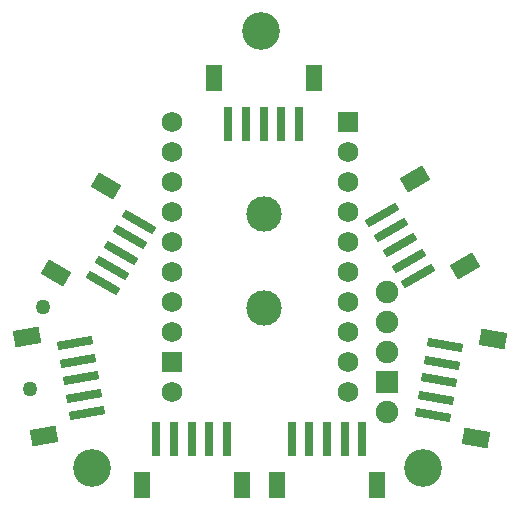
<source format=gbs>
G04*
G04 #@! TF.GenerationSoftware,Altium Limited,Altium Designer,21.6.4 (81)*
G04*
G04 Layer_Color=16711935*
%FSLAX44Y44*%
%MOMM*%
G71*
G04*
G04 #@! TF.SameCoordinates,0AF61676-ECA7-40E5-9188-409EB156610F*
G04*
G04*
G04 #@! TF.FilePolarity,Negative*
G04*
G01*
G75*
%ADD16R,1.3970X2.2098*%
%ADD17R,0.7112X2.9972*%
%ADD18C,1.7272*%
%ADD19R,1.7272X1.7272*%
%ADD20C,3.0032*%
%ADD21C,1.9032*%
%ADD22R,1.9032X1.9032*%
%ADD23C,3.2032*%
%ADD24C,1.2700*%
G04:AMPARAMS|DCode=34|XSize=0.7112mm|YSize=2.9972mm|CornerRadius=0mm|HoleSize=0mm|Usage=FLASHONLY|Rotation=240.000|XOffset=0mm|YOffset=0mm|HoleType=Round|Shape=Rectangle|*
%AMROTATEDRECTD34*
4,1,4,-1.1200,1.0573,1.4756,-0.4413,1.1200,-1.0573,-1.4756,0.4413,-1.1200,1.0573,0.0*
%
%ADD34ROTATEDRECTD34*%

G04:AMPARAMS|DCode=36|XSize=0.7112mm|YSize=2.9972mm|CornerRadius=0mm|HoleSize=0mm|Usage=FLASHONLY|Rotation=280.000|XOffset=0mm|YOffset=0mm|HoleType=Round|Shape=Rectangle|*
%AMROTATEDRECTD36*
4,1,4,-1.5376,0.0900,1.4141,0.6104,1.5376,-0.0900,-1.4141,-0.6104,-1.5376,0.0900,0.0*
%
%ADD36ROTATEDRECTD36*%

G04:AMPARAMS|DCode=39|XSize=0.7112mm|YSize=2.9972mm|CornerRadius=0mm|HoleSize=0mm|Usage=FLASHONLY|Rotation=120.000|XOffset=0mm|YOffset=0mm|HoleType=Round|Shape=Rectangle|*
%AMROTATEDRECTD39*
4,1,4,1.4756,0.4413,-1.1200,-1.0573,-1.4756,-0.4413,1.1200,1.0573,1.4756,0.4413,0.0*
%
%ADD39ROTATEDRECTD39*%

G04:AMPARAMS|DCode=40|XSize=0.7112mm|YSize=2.9972mm|CornerRadius=0mm|HoleSize=0mm|Usage=FLASHONLY|Rotation=80.000|XOffset=0mm|YOffset=0mm|HoleType=Round|Shape=Rectangle|*
%AMROTATEDRECTD40*
4,1,4,1.4141,-0.6104,-1.5376,-0.0900,-1.4141,0.6104,1.5376,0.0900,1.4141,-0.6104,0.0*
%
%ADD40ROTATEDRECTD40*%

G04:AMPARAMS|DCode=42|XSize=2.2098mm|YSize=1.397mm|CornerRadius=0mm|HoleSize=0mm|Usage=FLASHONLY|Rotation=150.000|XOffset=0mm|YOffset=0mm|HoleType=Round|Shape=Rectangle|*
%AMROTATEDRECTD42*
4,1,4,1.3061,0.0525,0.6076,-1.1574,-1.3061,-0.0525,-0.6076,1.1574,1.3061,0.0525,0.0*
%
%ADD42ROTATEDRECTD42*%

G04:AMPARAMS|DCode=43|XSize=2.2098mm|YSize=1.397mm|CornerRadius=0mm|HoleSize=0mm|Usage=FLASHONLY|Rotation=190.000|XOffset=0mm|YOffset=0mm|HoleType=Round|Shape=Rectangle|*
%AMROTATEDRECTD43*
4,1,4,0.9668,0.8798,1.2094,-0.4960,-0.9668,-0.8798,-1.2094,0.4960,0.9668,0.8798,0.0*
%
%ADD43ROTATEDRECTD43*%

G04:AMPARAMS|DCode=44|XSize=2.2098mm|YSize=1.397mm|CornerRadius=0mm|HoleSize=0mm|Usage=FLASHONLY|Rotation=30.000|XOffset=0mm|YOffset=0mm|HoleType=Round|Shape=Rectangle|*
%AMROTATEDRECTD44*
4,1,4,-0.6076,-1.1574,-1.3061,0.0525,0.6076,1.1574,1.3061,-0.0525,-0.6076,-1.1574,0.0*
%
%ADD44ROTATEDRECTD44*%

G04:AMPARAMS|DCode=45|XSize=2.2098mm|YSize=1.397mm|CornerRadius=0mm|HoleSize=0mm|Usage=FLASHONLY|Rotation=350.000|XOffset=0mm|YOffset=0mm|HoleType=Round|Shape=Rectangle|*
%AMROTATEDRECTD45*
4,1,4,-1.2094,-0.4960,-0.9668,0.8798,1.2094,0.4960,0.9668,-0.8798,-1.2094,-0.4960,0.0*
%
%ADD45ROTATEDRECTD45*%

D16*
X762680Y1480470D02*
D03*
X847680D02*
D03*
X786720Y1135730D02*
D03*
X701720D02*
D03*
X901260D02*
D03*
X816260D02*
D03*
D17*
X775180Y1441450D02*
D03*
X790180D02*
D03*
X805180D02*
D03*
X820180D02*
D03*
X835180D02*
D03*
X774220Y1174750D02*
D03*
X759220D02*
D03*
X744220D02*
D03*
X729220D02*
D03*
X714220D02*
D03*
X888760D02*
D03*
X873760D02*
D03*
X858760D02*
D03*
X843760D02*
D03*
X828760D02*
D03*
D18*
X727800Y1341120D02*
D03*
Y1366520D02*
D03*
Y1391920D02*
D03*
Y1417320D02*
D03*
Y1442720D02*
D03*
X876300Y1214120D02*
D03*
Y1239520D02*
D03*
Y1264920D02*
D03*
Y1290320D02*
D03*
Y1315720D02*
D03*
Y1341120D02*
D03*
Y1366520D02*
D03*
Y1391920D02*
D03*
Y1417320D02*
D03*
X727800Y1315720D02*
D03*
Y1290320D02*
D03*
Y1264920D02*
D03*
Y1214120D02*
D03*
D19*
X876300Y1442720D02*
D03*
X727800Y1239520D02*
D03*
D20*
X805180Y1365250D02*
D03*
Y1285250D02*
D03*
D21*
X909320Y1299210D02*
D03*
Y1273810D02*
D03*
Y1248410D02*
D03*
Y1197610D02*
D03*
D22*
Y1223010D02*
D03*
D23*
X940000Y1150000D02*
D03*
X802640Y1520190D02*
D03*
X660000Y1150000D02*
D03*
D24*
X618490Y1286510D02*
D03*
X607060Y1216660D02*
D03*
D34*
X699530Y1358211D02*
D03*
X692030Y1345220D02*
D03*
X684530Y1332230D02*
D03*
X677030Y1319239D02*
D03*
X669530Y1306249D02*
D03*
D36*
X645096Y1255562D02*
D03*
X647700Y1240790D02*
D03*
X650305Y1226018D02*
D03*
X652909Y1211246D02*
D03*
X655515Y1196474D02*
D03*
D39*
X935750Y1312599D02*
D03*
X928250Y1325589D02*
D03*
X920750Y1338580D02*
D03*
X913250Y1351571D02*
D03*
X905750Y1364561D02*
D03*
D40*
X948560Y1194736D02*
D03*
X951165Y1209508D02*
D03*
X953770Y1224280D02*
D03*
X956375Y1239052D02*
D03*
X958979Y1253824D02*
D03*
D42*
X671988Y1388546D02*
D03*
X629488Y1314934D02*
D03*
D43*
X604498Y1261096D02*
D03*
X619258Y1177388D02*
D03*
D44*
X933292Y1394896D02*
D03*
X975792Y1321284D02*
D03*
D45*
X984817Y1175650D02*
D03*
X999577Y1259358D02*
D03*
M02*

</source>
